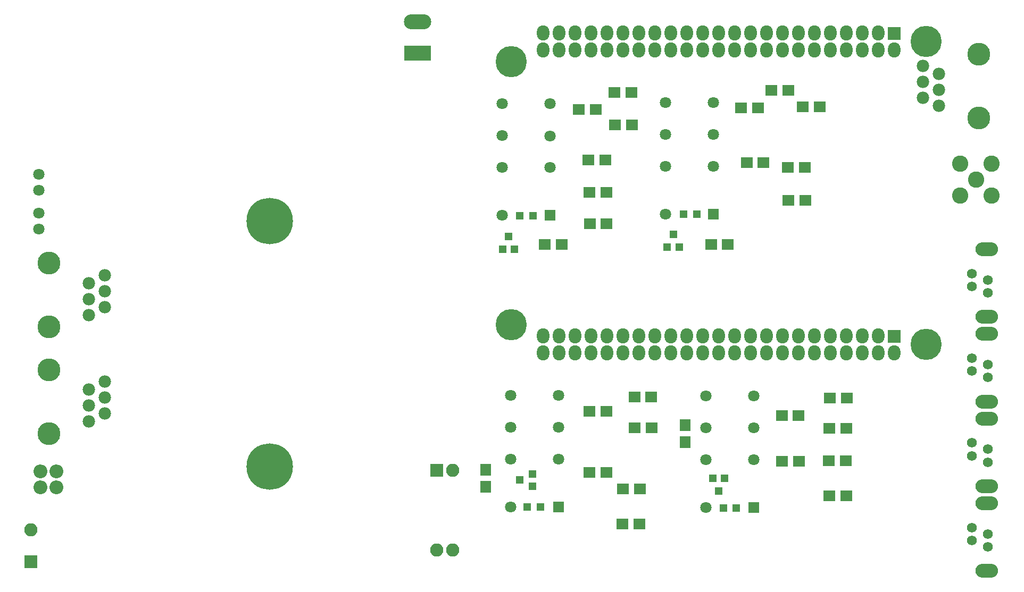
<source format=gbr>
G04 #@! TF.FileFunction,Soldermask,Bot*
%FSLAX46Y46*%
G04 Gerber Fmt 4.6, Leading zero omitted, Abs format (unit mm)*
G04 Created by KiCad (PCBNEW 4.0.7-e2-6376~58~ubuntu16.04.1) date Wed Jul 18 14:04:07 2018*
%MOMM*%
%LPD*%
G01*
G04 APERTURE LIST*
%ADD10C,0.100000*%
%ADD11C,3.650000*%
%ADD12C,1.990000*%
%ADD13R,2.100000X2.100000*%
%ADD14O,2.100000X2.100000*%
%ADD15C,7.400000*%
%ADD16C,1.560000*%
%ADD17O,3.600000X2.200000*%
%ADD18R,2.000000X2.000000*%
%ADD19O,2.000000X2.400000*%
%ADD20R,1.800000X1.800000*%
%ADD21C,1.800000*%
%ADD22C,4.972000*%
%ADD23R,4.360000X2.380000*%
%ADD24O,4.360000X2.380000*%
%ADD25R,1.300000X1.200000*%
%ADD26R,1.200000X1.300000*%
%ADD27C,2.600000*%
%ADD28R,1.900000X1.700000*%
%ADD29R,1.700000X1.900000*%
%ADD30O,2.200000X2.200000*%
G04 APERTURE END LIST*
D10*
D11*
X119422500Y-98972500D03*
D12*
X128312500Y-100882500D03*
X125772500Y-102152500D03*
X128312500Y-103422500D03*
X125772500Y-104692500D03*
X128312500Y-105962500D03*
X125772500Y-107232500D03*
D11*
X119422500Y-109132500D03*
D13*
X116570000Y-129590000D03*
D14*
X116570000Y-124510000D03*
D15*
X154590000Y-114400000D03*
X154590000Y-75300000D03*
D13*
X181180000Y-114950000D03*
D14*
X183720000Y-114950000D03*
X181180000Y-127650000D03*
X183720000Y-127650000D03*
D16*
X266311480Y-126160000D03*
X266311480Y-124120000D03*
X268861480Y-125140000D03*
X268861480Y-127180000D03*
D17*
X268661480Y-131030000D03*
X268661480Y-120270000D03*
D18*
X253982080Y-45403400D03*
D19*
X253982080Y-48043400D03*
X251442080Y-45303400D03*
X251442080Y-48043400D03*
X248902080Y-45303400D03*
X248902080Y-48043400D03*
X246362080Y-45303400D03*
X246362080Y-48043400D03*
X243822080Y-45303400D03*
X243822080Y-48043400D03*
X241282080Y-45303400D03*
X241282080Y-48043400D03*
X238742080Y-45303400D03*
X238742080Y-48043400D03*
X236202080Y-45303400D03*
X236202080Y-48043400D03*
X233662080Y-45303400D03*
X233662080Y-48043400D03*
X231122080Y-45303400D03*
X231122080Y-48043400D03*
X228582080Y-45303400D03*
X228582080Y-48043400D03*
X226042080Y-45303400D03*
X226042080Y-48043400D03*
X223502080Y-45303400D03*
X223502080Y-48043400D03*
X220962080Y-45303400D03*
X220962080Y-48043400D03*
X218422080Y-45303400D03*
X218422080Y-48043400D03*
X215882080Y-45303400D03*
X215882080Y-48043400D03*
X213342080Y-45303400D03*
X213342080Y-48043400D03*
X210802080Y-45303400D03*
X210802080Y-48043400D03*
X208262080Y-45303400D03*
X208262080Y-48043400D03*
X205722080Y-45303400D03*
X205722080Y-48043400D03*
X203182080Y-45303400D03*
X203182080Y-48043400D03*
X200642080Y-45303400D03*
X200642080Y-48043400D03*
X198102080Y-45303400D03*
X198102080Y-48043400D03*
D18*
X253982080Y-93663400D03*
D19*
X253982080Y-96303400D03*
X251442080Y-93563400D03*
X251442080Y-96303400D03*
X248902080Y-93563400D03*
X248902080Y-96303400D03*
X246362080Y-93563400D03*
X246362080Y-96303400D03*
X243822080Y-93563400D03*
X243822080Y-96303400D03*
X241282080Y-93563400D03*
X241282080Y-96303400D03*
X238742080Y-93563400D03*
X238742080Y-96303400D03*
X236202080Y-93563400D03*
X236202080Y-96303400D03*
X233662080Y-93563400D03*
X233662080Y-96303400D03*
X231122080Y-93563400D03*
X231122080Y-96303400D03*
X228582080Y-93563400D03*
X228582080Y-96303400D03*
X226042080Y-93563400D03*
X226042080Y-96303400D03*
X223502080Y-93563400D03*
X223502080Y-96303400D03*
X220962080Y-93563400D03*
X220962080Y-96303400D03*
X218422080Y-93563400D03*
X218422080Y-96303400D03*
X215882080Y-93563400D03*
X215882080Y-96303400D03*
X213342080Y-93563400D03*
X213342080Y-96303400D03*
X210802080Y-93563400D03*
X210802080Y-96303400D03*
X208262080Y-93563400D03*
X208262080Y-96303400D03*
X205722080Y-93563400D03*
X205722080Y-96303400D03*
X203182080Y-93563400D03*
X203182080Y-96303400D03*
X200642080Y-93563400D03*
X200642080Y-96303400D03*
X198102080Y-93563400D03*
X198102080Y-96303400D03*
D20*
X199224820Y-74383060D03*
D21*
X191604820Y-74383060D03*
X199224820Y-61693060D03*
X199224820Y-56603060D03*
X199224820Y-66763060D03*
X191594820Y-61673060D03*
X191594820Y-56593060D03*
X191604820Y-66763060D03*
D22*
X193022080Y-49848400D03*
X259062080Y-46673400D03*
X259062080Y-94933400D03*
X193022080Y-91758400D03*
D23*
X178140200Y-48489500D03*
D24*
X178140200Y-43489500D03*
D20*
X200558240Y-120829500D03*
D21*
X192938240Y-120829500D03*
X200558240Y-108139500D03*
X200558240Y-103049500D03*
X200558240Y-113209500D03*
X192928240Y-108119500D03*
X192928240Y-103039500D03*
X192938240Y-113209500D03*
D20*
X231645340Y-120941260D03*
D21*
X224025340Y-120941260D03*
X231645340Y-108251260D03*
X231645340Y-103161260D03*
X231645340Y-113321260D03*
X224015340Y-108231260D03*
X224015340Y-103151260D03*
X224025340Y-113321260D03*
D20*
X225181000Y-74207000D03*
D21*
X217561000Y-74207000D03*
X225181000Y-61517000D03*
X225181000Y-56427000D03*
X225181000Y-66587000D03*
X217551000Y-61497000D03*
X217551000Y-56417000D03*
X217561000Y-66587000D03*
D25*
X196353780Y-115588640D03*
X196353780Y-117488640D03*
X194353780Y-116538640D03*
D26*
X225050000Y-116300000D03*
X226950000Y-116300000D03*
X226000000Y-118300000D03*
X193507240Y-79773920D03*
X191607240Y-79773920D03*
X192557240Y-77773920D03*
X219737820Y-79390380D03*
X217837820Y-79390380D03*
X218787820Y-77390380D03*
D11*
X267451480Y-48679240D03*
D12*
X258561480Y-50589240D03*
X261101480Y-51859240D03*
X258561480Y-53129240D03*
X261101480Y-54399240D03*
X258561480Y-55669240D03*
X261101480Y-56939240D03*
D11*
X267451480Y-58839240D03*
D27*
X269474800Y-66175500D03*
X264474800Y-66175500D03*
X264474800Y-71175500D03*
X269474800Y-71175500D03*
X266974800Y-68675500D03*
D26*
X197643300Y-120869340D03*
X195543300Y-120869340D03*
X196472360Y-74453380D03*
X194372360Y-74453380D03*
X228847200Y-121009040D03*
X226747200Y-121009040D03*
X222522600Y-74189220D03*
X220422600Y-74189220D03*
D28*
X208150000Y-115300000D03*
X205450000Y-115300000D03*
X207968680Y-65535440D03*
X205268680Y-65535440D03*
X238801740Y-113538900D03*
X236101740Y-113538900D03*
X233170560Y-65982480D03*
X230470560Y-65982480D03*
X208179500Y-105624260D03*
X205479500Y-105624260D03*
X206465000Y-57519200D03*
X203765000Y-57519200D03*
X238761100Y-106269420D03*
X236061100Y-106269420D03*
X232276480Y-57209320D03*
X229576480Y-57209320D03*
X208136320Y-70676400D03*
X205436320Y-70676400D03*
X243543940Y-113444920D03*
X246243940Y-113444920D03*
X210800800Y-117922940D03*
X213500800Y-117922940D03*
X237064400Y-66739400D03*
X239764400Y-66739400D03*
X208192200Y-75705600D03*
X205492200Y-75705600D03*
X243653160Y-119086260D03*
X246353160Y-119086260D03*
X210716980Y-123510940D03*
X213416980Y-123510940D03*
X237140600Y-71997200D03*
X239840600Y-71997200D03*
X209550000Y-59950000D03*
X212250000Y-59950000D03*
X243691260Y-103503360D03*
X246391260Y-103503360D03*
X239400000Y-57100000D03*
X242100000Y-57100000D03*
X209400000Y-54825000D03*
X212100000Y-54825000D03*
X243615060Y-108303960D03*
X246315060Y-108303960D03*
X212675000Y-108250000D03*
X215375000Y-108250000D03*
X237125000Y-54475000D03*
X234425000Y-54475000D03*
D29*
X188904720Y-114924480D03*
X188904720Y-117624480D03*
X220728380Y-107799780D03*
X220728380Y-110499780D03*
D28*
X201011620Y-79030460D03*
X198311620Y-79030460D03*
X227496200Y-78982200D03*
X224796200Y-78982200D03*
X212604200Y-103325560D03*
X215304200Y-103325560D03*
D16*
X266311480Y-112660000D03*
X266311480Y-110620000D03*
X268861480Y-111640000D03*
X268861480Y-113680000D03*
D17*
X268661480Y-117530000D03*
X268661480Y-106770000D03*
D16*
X266311480Y-85660000D03*
X266311480Y-83620000D03*
X268861480Y-84640000D03*
X268861480Y-86680000D03*
D17*
X268661480Y-90530000D03*
X268661480Y-79770000D03*
D16*
X266311480Y-99160000D03*
X266311480Y-97120000D03*
X268861480Y-98140000D03*
X268861480Y-100180000D03*
D17*
X268661480Y-104030000D03*
X268661480Y-93270000D03*
D11*
X119422500Y-81972500D03*
D12*
X128312500Y-83882500D03*
X125772500Y-85152500D03*
X128312500Y-86422500D03*
X125772500Y-87692500D03*
X128312500Y-88962500D03*
X125772500Y-90232500D03*
D11*
X119422500Y-92132500D03*
D21*
X117840000Y-70410000D03*
X117840000Y-67870000D03*
X117840000Y-76510000D03*
X117840000Y-73970000D03*
D30*
X118052500Y-117672500D03*
X118052500Y-115132500D03*
X120592500Y-117672500D03*
X120592500Y-115132500D03*
M02*

</source>
